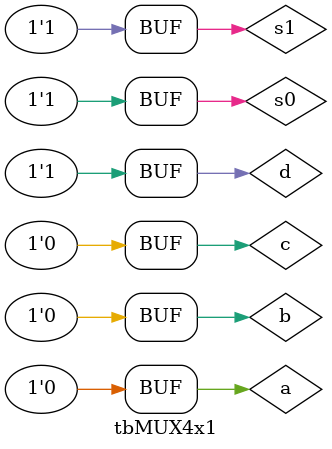
<source format=v>
module MUX4x1 ( a, b, c, d, s0, s1, out);
    input a, b, c, d;
    input s0, s1;
    output reg out;
    always @ (a,b,c,d, s0, s1)
    begin
        case ({s0, s1})
        2'b00 : out <= a;
        2'b01 : out <= b;
        2'b10 : out <= c;
        2'b11: out <= d;
        endcase
    end
endmodule 

module tbMUX4x1 (
    
);
    reg a, b, c, d;
    reg s0, s1;
    wire out;
    initial begin
        a=1;b=0;c=0;d=0;s0=0;s1=0;#10;
        a=0;b=1;c=0;d=0;s0=0;s1=1;#10;
        a=0;b=0;c=1;d=0;s0=1;s1=0;#10;
        a=0;b=0;c=0;d=1;s0=1;s1=1;#10;
    end
    MUX4x1 a1( a, b, c, d, s0, s1, out);
endmodule

</source>
